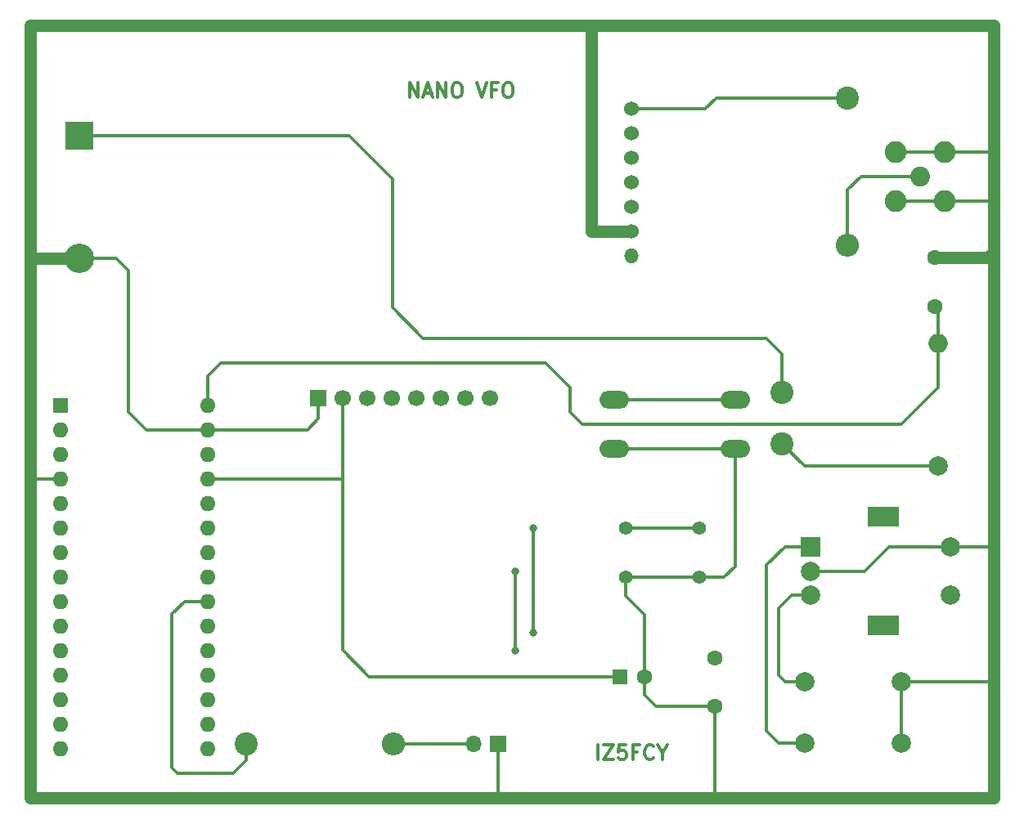
<source format=gbr>
%TF.GenerationSoftware,KiCad,Pcbnew,7.0.7*%
%TF.CreationDate,2023-09-11T10:40:39+02:00*%
%TF.ProjectId,Nano_vfo,4e616e6f-5f76-4666-9f2e-6b696361645f,rev?*%
%TF.SameCoordinates,Original*%
%TF.FileFunction,Copper,L1,Top*%
%TF.FilePolarity,Positive*%
%FSLAX46Y46*%
G04 Gerber Fmt 4.6, Leading zero omitted, Abs format (unit mm)*
G04 Created by KiCad (PCBNEW 7.0.7) date 2023-09-11 10:40:39*
%MOMM*%
%LPD*%
G01*
G04 APERTURE LIST*
%ADD10C,0.300000*%
%TA.AperFunction,NonConductor*%
%ADD11C,0.300000*%
%TD*%
%TA.AperFunction,ComponentPad*%
%ADD12O,1.524000X1.524000*%
%TD*%
%TA.AperFunction,ComponentPad*%
%ADD13C,1.524000*%
%TD*%
%TA.AperFunction,ComponentPad*%
%ADD14C,2.000000*%
%TD*%
%TA.AperFunction,ComponentPad*%
%ADD15O,2.000000X2.000000*%
%TD*%
%TA.AperFunction,ComponentPad*%
%ADD16C,1.600000*%
%TD*%
%TA.AperFunction,ComponentPad*%
%ADD17R,3.000000X3.000000*%
%TD*%
%TA.AperFunction,ComponentPad*%
%ADD18C,3.048000*%
%TD*%
%TA.AperFunction,ComponentPad*%
%ADD19R,1.700000X1.700000*%
%TD*%
%TA.AperFunction,ComponentPad*%
%ADD20C,1.700000*%
%TD*%
%TA.AperFunction,ComponentPad*%
%ADD21O,1.700000X1.700000*%
%TD*%
%TA.AperFunction,ComponentPad*%
%ADD22C,1.397000*%
%TD*%
%TA.AperFunction,ComponentPad*%
%ADD23R,2.000000X2.000000*%
%TD*%
%TA.AperFunction,ComponentPad*%
%ADD24R,3.200000X2.000000*%
%TD*%
%TA.AperFunction,ComponentPad*%
%ADD25C,2.400000*%
%TD*%
%TA.AperFunction,ComponentPad*%
%ADD26O,2.400000X2.400000*%
%TD*%
%TA.AperFunction,ComponentPad*%
%ADD27O,3.048000X1.850000*%
%TD*%
%TA.AperFunction,ComponentPad*%
%ADD28R,1.600000X1.600000*%
%TD*%
%TA.AperFunction,ComponentPad*%
%ADD29O,1.600000X1.600000*%
%TD*%
%TA.AperFunction,ComponentPad*%
%ADD30C,2.050000*%
%TD*%
%TA.AperFunction,ComponentPad*%
%ADD31C,2.250000*%
%TD*%
%TA.AperFunction,ViaPad*%
%ADD32C,0.800000*%
%TD*%
%TA.AperFunction,Conductor*%
%ADD33C,0.304800*%
%TD*%
%TA.AperFunction,Conductor*%
%ADD34C,1.270000*%
%TD*%
G04 APERTURE END LIST*
D10*
D11*
X164384510Y-37900828D02*
X164384510Y-36400828D01*
X164384510Y-36400828D02*
X165241653Y-37900828D01*
X165241653Y-37900828D02*
X165241653Y-36400828D01*
X165884511Y-37472257D02*
X166598797Y-37472257D01*
X165741654Y-37900828D02*
X166241654Y-36400828D01*
X166241654Y-36400828D02*
X166741654Y-37900828D01*
X167241653Y-37900828D02*
X167241653Y-36400828D01*
X167241653Y-36400828D02*
X168098796Y-37900828D01*
X168098796Y-37900828D02*
X168098796Y-36400828D01*
X169098797Y-36400828D02*
X169384511Y-36400828D01*
X169384511Y-36400828D02*
X169527368Y-36472257D01*
X169527368Y-36472257D02*
X169670225Y-36615114D01*
X169670225Y-36615114D02*
X169741654Y-36900828D01*
X169741654Y-36900828D02*
X169741654Y-37400828D01*
X169741654Y-37400828D02*
X169670225Y-37686542D01*
X169670225Y-37686542D02*
X169527368Y-37829400D01*
X169527368Y-37829400D02*
X169384511Y-37900828D01*
X169384511Y-37900828D02*
X169098797Y-37900828D01*
X169098797Y-37900828D02*
X168955940Y-37829400D01*
X168955940Y-37829400D02*
X168813082Y-37686542D01*
X168813082Y-37686542D02*
X168741654Y-37400828D01*
X168741654Y-37400828D02*
X168741654Y-36900828D01*
X168741654Y-36900828D02*
X168813082Y-36615114D01*
X168813082Y-36615114D02*
X168955940Y-36472257D01*
X168955940Y-36472257D02*
X169098797Y-36400828D01*
X171313083Y-36400828D02*
X171813083Y-37900828D01*
X171813083Y-37900828D02*
X172313083Y-36400828D01*
X173313082Y-37115114D02*
X172813082Y-37115114D01*
X172813082Y-37900828D02*
X172813082Y-36400828D01*
X172813082Y-36400828D02*
X173527368Y-36400828D01*
X174384511Y-36400828D02*
X174670225Y-36400828D01*
X174670225Y-36400828D02*
X174813082Y-36472257D01*
X174813082Y-36472257D02*
X174955939Y-36615114D01*
X174955939Y-36615114D02*
X175027368Y-36900828D01*
X175027368Y-36900828D02*
X175027368Y-37400828D01*
X175027368Y-37400828D02*
X174955939Y-37686542D01*
X174955939Y-37686542D02*
X174813082Y-37829400D01*
X174813082Y-37829400D02*
X174670225Y-37900828D01*
X174670225Y-37900828D02*
X174384511Y-37900828D01*
X174384511Y-37900828D02*
X174241654Y-37829400D01*
X174241654Y-37829400D02*
X174098796Y-37686542D01*
X174098796Y-37686542D02*
X174027368Y-37400828D01*
X174027368Y-37400828D02*
X174027368Y-36900828D01*
X174027368Y-36900828D02*
X174098796Y-36615114D01*
X174098796Y-36615114D02*
X174241654Y-36472257D01*
X174241654Y-36472257D02*
X174384511Y-36400828D01*
D10*
D11*
X183860714Y-106480828D02*
X183860714Y-104980828D01*
X184432143Y-104980828D02*
X185432143Y-104980828D01*
X185432143Y-104980828D02*
X184432143Y-106480828D01*
X184432143Y-106480828D02*
X185432143Y-106480828D01*
X186717857Y-104980828D02*
X186003571Y-104980828D01*
X186003571Y-104980828D02*
X185932143Y-105695114D01*
X185932143Y-105695114D02*
X186003571Y-105623685D01*
X186003571Y-105623685D02*
X186146429Y-105552257D01*
X186146429Y-105552257D02*
X186503571Y-105552257D01*
X186503571Y-105552257D02*
X186646429Y-105623685D01*
X186646429Y-105623685D02*
X186717857Y-105695114D01*
X186717857Y-105695114D02*
X186789286Y-105837971D01*
X186789286Y-105837971D02*
X186789286Y-106195114D01*
X186789286Y-106195114D02*
X186717857Y-106337971D01*
X186717857Y-106337971D02*
X186646429Y-106409400D01*
X186646429Y-106409400D02*
X186503571Y-106480828D01*
X186503571Y-106480828D02*
X186146429Y-106480828D01*
X186146429Y-106480828D02*
X186003571Y-106409400D01*
X186003571Y-106409400D02*
X185932143Y-106337971D01*
X187932142Y-105695114D02*
X187432142Y-105695114D01*
X187432142Y-106480828D02*
X187432142Y-104980828D01*
X187432142Y-104980828D02*
X188146428Y-104980828D01*
X189574999Y-106337971D02*
X189503571Y-106409400D01*
X189503571Y-106409400D02*
X189289285Y-106480828D01*
X189289285Y-106480828D02*
X189146428Y-106480828D01*
X189146428Y-106480828D02*
X188932142Y-106409400D01*
X188932142Y-106409400D02*
X188789285Y-106266542D01*
X188789285Y-106266542D02*
X188717856Y-106123685D01*
X188717856Y-106123685D02*
X188646428Y-105837971D01*
X188646428Y-105837971D02*
X188646428Y-105623685D01*
X188646428Y-105623685D02*
X188717856Y-105337971D01*
X188717856Y-105337971D02*
X188789285Y-105195114D01*
X188789285Y-105195114D02*
X188932142Y-105052257D01*
X188932142Y-105052257D02*
X189146428Y-104980828D01*
X189146428Y-104980828D02*
X189289285Y-104980828D01*
X189289285Y-104980828D02*
X189503571Y-105052257D01*
X189503571Y-105052257D02*
X189574999Y-105123685D01*
X190503571Y-105766542D02*
X190503571Y-106480828D01*
X190003571Y-104980828D02*
X190503571Y-105766542D01*
X190503571Y-105766542D02*
X191003571Y-104980828D01*
D12*
%TO.P,U2,1,VCC*%
%TO.N,Net-(U1-+5V)*%
X187325000Y-54356000D03*
D13*
%TO.P,U2,2,GND*%
%TO.N,GND*%
X187325000Y-51816000D03*
%TO.P,U2,3,SDA*%
%TO.N,Net-(U1-A4)*%
X187325000Y-49276000D03*
%TO.P,U2,4,SCL*%
%TO.N,Net-(U1-A5)*%
X187325000Y-46736000D03*
%TO.P,U2,5,CK2*%
%TO.N,unconnected-(U2-CK2-Pad5)*%
X187325000Y-44196000D03*
%TO.P,U2,6,CK1*%
%TO.N,unconnected-(U2-CK1-Pad6)*%
X187325000Y-41656000D03*
%TO.P,U2,7,CK0*%
%TO.N,Net-(U2-CK0)*%
X187325000Y-39116000D03*
%TD*%
D14*
%TO.P,L1,1,1*%
%TO.N,Net-(SW1-B)*%
X219075000Y-76073000D03*
D15*
%TO.P,L1,2,2*%
%TO.N,Net-(U1-VIN)*%
X219075000Y-63373000D03*
%TD*%
D14*
%TO.P,C4,1*%
%TO.N,Net-(U1-D2)*%
X205265000Y-104775000D03*
%TO.P,C4,2*%
%TO.N,GND*%
X215265000Y-104775000D03*
%TD*%
D16*
%TO.P,C19,1*%
%TO.N,Net-(U1-+5V)*%
X195961000Y-95965000D03*
%TO.P,C19,2*%
%TO.N,GND*%
X195961000Y-100965000D03*
%TD*%
D14*
%TO.P,C3,1*%
%TO.N,Net-(U1-D3)*%
X205265000Y-98425000D03*
%TO.P,C3,2*%
%TO.N,GND*%
X215265000Y-98425000D03*
%TD*%
D17*
%TO.P,B1,1,+*%
%TO.N,Net-(B1-+)*%
X130175000Y-41910000D03*
D18*
%TO.P,B1,2,-*%
%TO.N,GND*%
X130175000Y-54610000D03*
%TD*%
D19*
%TO.P,U3,1,GND*%
%TO.N,GND*%
X154855000Y-69028000D03*
D20*
%TO.P,U3,2,VCC*%
%TO.N,Net-(U1-+5V)*%
X157395000Y-69028000D03*
%TO.P,U3,3,SCK*%
%TO.N,Net-(U1-A5)*%
X159935000Y-69028000D03*
%TO.P,U3,4,SDA*%
%TO.N,Net-(U1-A4)*%
X162475000Y-69028000D03*
%TO.P,U3,5*%
%TO.N,N/C*%
X165015000Y-69028000D03*
%TO.P,U3,6*%
X167555000Y-69028000D03*
%TO.P,U3,7*%
X170095000Y-69028000D03*
%TO.P,U3,8*%
X172635000Y-69028000D03*
%TD*%
D19*
%TO.P,X2,1*%
%TO.N,GND*%
X173487000Y-104902000D03*
D21*
%TO.P,X2,2*%
%TO.N,Net-(R2-Pad2)*%
X170947000Y-104902000D03*
%TD*%
D22*
%TO.P,SW2,1,A*%
%TO.N,Net-(SW2-A)*%
X186690000Y-82550000D03*
X194310000Y-82550000D03*
%TO.P,SW2,2,B*%
%TO.N,GND*%
X186690000Y-87630000D03*
X194310000Y-87630000D03*
%TD*%
D23*
%TO.P,SW3,A,A*%
%TO.N,Net-(U1-D2)*%
X205860000Y-84455000D03*
D14*
%TO.P,SW3,B,B*%
%TO.N,Net-(U1-D3)*%
X205860000Y-89455000D03*
%TO.P,SW3,C,C*%
%TO.N,GND*%
X205860000Y-86955000D03*
D24*
%TO.P,SW3,MP*%
%TO.N,N/C*%
X213360000Y-81355000D03*
X213360000Y-92555000D03*
D14*
%TO.P,SW3,S1,S1*%
%TO.N,Net-(U1-A0)*%
X220360000Y-89455000D03*
%TO.P,SW3,S2,S2*%
%TO.N,GND*%
X220360000Y-84455000D03*
%TD*%
D25*
%TO.P,SW1,1,A*%
%TO.N,Net-(B1-+)*%
X202911000Y-68470000D03*
%TO.P,SW1,2,B*%
%TO.N,Net-(SW1-B)*%
X202911000Y-73770000D03*
%TD*%
%TO.P,R1,1*%
%TO.N,Net-(U2-CK0)*%
X209677000Y-37973000D03*
D26*
%TO.P,R1,2*%
%TO.N,Net-(X1-In)*%
X209677000Y-53213000D03*
%TD*%
D27*
%TO.P,S2,1,A*%
%TO.N,Net-(S2-A)*%
X185530000Y-69255000D03*
X198030000Y-69255000D03*
%TO.P,S2,2,B*%
%TO.N,GND*%
X185530000Y-74255000D03*
X198030000Y-74255000D03*
%TD*%
D25*
%TO.P,R2,1*%
%TO.N,Net-(U1-A3)*%
X147415000Y-104898000D03*
D26*
%TO.P,R2,2*%
%TO.N,Net-(R2-Pad2)*%
X162655000Y-104898000D03*
%TD*%
D28*
%TO.P,C2,1*%
%TO.N,Net-(U1-+5V)*%
X186142621Y-97917000D03*
D16*
%TO.P,C2,2*%
%TO.N,GND*%
X188642621Y-97917000D03*
%TD*%
D28*
%TO.P,U1,1,D1/TX*%
%TO.N,unconnected-(U1-D1{slash}TX-Pad1)*%
X128165000Y-69788000D03*
D29*
%TO.P,U1,2,D0/RX*%
%TO.N,unconnected-(U1-D0{slash}RX-Pad2)*%
X128165000Y-72328000D03*
%TO.P,U1,3,~{RESET}*%
%TO.N,unconnected-(U1-~{RESET}-Pad3)*%
X128165000Y-74868000D03*
%TO.P,U1,4,GND*%
%TO.N,GND*%
X128165000Y-77408000D03*
%TO.P,U1,5,D2*%
%TO.N,Net-(U1-D2)*%
X128165000Y-79948000D03*
%TO.P,U1,6,D3*%
%TO.N,Net-(U1-D3)*%
X128165000Y-82488000D03*
%TO.P,U1,7,D4*%
%TO.N,unconnected-(U1-D4-Pad7)*%
X128165000Y-85028000D03*
%TO.P,U1,8,D5*%
%TO.N,unconnected-(U1-D5-Pad8)*%
X128165000Y-87568000D03*
%TO.P,U1,9,D6*%
%TO.N,unconnected-(U1-D6-Pad9)*%
X128165000Y-90108000D03*
%TO.P,U1,10,D7*%
%TO.N,unconnected-(U1-D7-Pad10)*%
X128165000Y-92648000D03*
%TO.P,U1,11,D8*%
%TO.N,unconnected-(U1-D8-Pad11)*%
X128165000Y-95188000D03*
%TO.P,U1,12,D9*%
%TO.N,unconnected-(U1-D9-Pad12)*%
X128165000Y-97728000D03*
%TO.P,U1,13,D10*%
%TO.N,unconnected-(U1-D10-Pad13)*%
X128165000Y-100268000D03*
%TO.P,U1,14,D11*%
%TO.N,unconnected-(U1-D11-Pad14)*%
X128165000Y-102808000D03*
%TO.P,U1,15,D12*%
%TO.N,unconnected-(U1-D12-Pad15)*%
X128165000Y-105348000D03*
%TO.P,U1,16,D13*%
%TO.N,unconnected-(U1-D13-Pad16)*%
X143405000Y-105348000D03*
%TO.P,U1,17,3V3*%
%TO.N,unconnected-(U1-3V3-Pad17)*%
X143405000Y-102808000D03*
%TO.P,U1,18,AREF*%
%TO.N,unconnected-(U1-AREF-Pad18)*%
X143405000Y-100268000D03*
%TO.P,U1,19,A0*%
%TO.N,Net-(U1-A0)*%
X143405000Y-97728000D03*
%TO.P,U1,20,A1*%
%TO.N,Net-(S2-A)*%
X143405000Y-95188000D03*
%TO.P,U1,21,A2*%
%TO.N,Net-(SW2-A)*%
X143405000Y-92648000D03*
%TO.P,U1,22,A3*%
%TO.N,Net-(U1-A3)*%
X143405000Y-90108000D03*
%TO.P,U1,23,A4*%
%TO.N,Net-(U1-A4)*%
X143405000Y-87568000D03*
%TO.P,U1,24,A5*%
%TO.N,Net-(U1-A5)*%
X143405000Y-85028000D03*
%TO.P,U1,25,A6*%
%TO.N,unconnected-(U1-A6-Pad25)*%
X143405000Y-82488000D03*
%TO.P,U1,26,A7*%
%TO.N,unconnected-(U1-A7-Pad26)*%
X143405000Y-79948000D03*
%TO.P,U1,27,+5V*%
%TO.N,Net-(U1-+5V)*%
X143405000Y-77408000D03*
%TO.P,U1,28,~{RESET}*%
%TO.N,unconnected-(U1-~{RESET}-Pad28)*%
X143405000Y-74868000D03*
%TO.P,U1,29,GND*%
%TO.N,GND*%
X143405000Y-72328000D03*
%TO.P,U1,30,VIN*%
%TO.N,Net-(U1-VIN)*%
X143405000Y-69788000D03*
%TD*%
D30*
%TO.P,X1,1,In*%
%TO.N,Net-(X1-In)*%
X217170000Y-46101000D03*
D31*
%TO.P,X1,2,Ext*%
%TO.N,GND*%
X214630000Y-43561000D03*
X214630000Y-48641000D03*
X219710000Y-43561000D03*
X219710000Y-48641000D03*
%TD*%
D16*
%TO.P,C5,1*%
%TO.N,Net-(U1-VIN)*%
X218694000Y-59523000D03*
%TO.P,C5,2*%
%TO.N,GND*%
X218694000Y-54523000D03*
%TD*%
D32*
%TO.N,Net-(SW2-A)*%
X177165000Y-93345000D03*
X177165000Y-82550000D03*
%TO.N,Net-(S2-A)*%
X175260000Y-95250000D03*
X175260000Y-86995000D03*
%TD*%
D33*
%TO.N,Net-(SW2-A)*%
X177165000Y-82550000D02*
X177165000Y-93345000D01*
%TO.N,Net-(S2-A)*%
X175260000Y-95250000D02*
X175260000Y-86995000D01*
%TO.N,Net-(U1-+5V)*%
X157333000Y-77408000D02*
X157395000Y-77470000D01*
X157395000Y-77470000D02*
X157395000Y-95165000D01*
X157395000Y-69028000D02*
X157395000Y-77470000D01*
X143405000Y-77408000D02*
X157333000Y-77408000D01*
%TO.N,Net-(S2-A)*%
X198030000Y-69255000D02*
X185530000Y-69255000D01*
%TO.N,Net-(R2-Pad2)*%
X170943000Y-104898000D02*
X170947000Y-104902000D01*
X162655000Y-104898000D02*
X170943000Y-104898000D01*
%TO.N,Net-(U1-D2)*%
X201295000Y-86360000D02*
X203200000Y-84455000D01*
X202565000Y-104775000D02*
X201295000Y-103505000D01*
X205265000Y-104775000D02*
X202565000Y-104775000D01*
X201295000Y-103505000D02*
X201295000Y-86360000D01*
X203200000Y-84455000D02*
X205860000Y-84455000D01*
%TO.N,Net-(U1-D3)*%
X203915000Y-89455000D02*
X205860000Y-89455000D01*
X202565000Y-97790000D02*
X202565000Y-90805000D01*
X202565000Y-90805000D02*
X203915000Y-89455000D01*
X205265000Y-98425000D02*
X203200000Y-98425000D01*
X203200000Y-98425000D02*
X202565000Y-97790000D01*
%TO.N,GND*%
X215265000Y-98425000D02*
X215265000Y-104775000D01*
X215265000Y-98425000D02*
X224790000Y-98425000D01*
D34*
X224790000Y-110490000D02*
X224790000Y-98425000D01*
X224790000Y-98425000D02*
X224790000Y-84455000D01*
D33*
X215693000Y-110283000D02*
X215900000Y-110490000D01*
%TO.N,Net-(SW2-A)*%
X194310000Y-82550000D02*
X186690000Y-82550000D01*
%TO.N,Net-(U1-A3)*%
X147415000Y-106585000D02*
X147415000Y-104898000D01*
X146050000Y-107950000D02*
X147415000Y-106585000D01*
X140335000Y-107950000D02*
X146050000Y-107950000D01*
X139700000Y-107315000D02*
X140335000Y-107950000D01*
X139700000Y-91440000D02*
X139700000Y-107315000D01*
X141032000Y-90108000D02*
X139700000Y-91440000D01*
X143405000Y-90108000D02*
X141032000Y-90108000D01*
%TO.N,Net-(U1-+5V)*%
X160147000Y-97917000D02*
X186142621Y-97917000D01*
X157395000Y-95165000D02*
X160147000Y-97917000D01*
%TO.N,Net-(SW1-B)*%
X205214000Y-76073000D02*
X219075000Y-76073000D01*
X202911000Y-73770000D02*
X205214000Y-76073000D01*
%TO.N,Net-(U1-VIN)*%
X219075000Y-59904000D02*
X218694000Y-59523000D01*
X219075000Y-63373000D02*
X219075000Y-59904000D01*
X215265000Y-71755000D02*
X219075000Y-67945000D01*
X219075000Y-67945000D02*
X219075000Y-63373000D01*
X182245000Y-71755000D02*
X215265000Y-71755000D01*
X180975000Y-70485000D02*
X182245000Y-71755000D01*
X180975000Y-67945000D02*
X180975000Y-70485000D01*
X178435000Y-65405000D02*
X180975000Y-67945000D01*
X144780000Y-65405000D02*
X178435000Y-65405000D01*
X143405000Y-66780000D02*
X144780000Y-65405000D01*
X143405000Y-69788000D02*
X143405000Y-66780000D01*
%TO.N,GND*%
X154855000Y-71205000D02*
X154855000Y-69028000D01*
X153732000Y-72328000D02*
X154855000Y-71205000D01*
X143405000Y-72328000D02*
X153732000Y-72328000D01*
%TO.N,Net-(B1-+)*%
X165735000Y-62865000D02*
X201295000Y-62865000D01*
X201295000Y-62865000D02*
X202911000Y-64481000D01*
X162560000Y-59690000D02*
X165735000Y-62865000D01*
X202911000Y-64481000D02*
X202911000Y-68470000D01*
X162560000Y-46355000D02*
X162560000Y-59690000D01*
X158115000Y-41910000D02*
X162560000Y-46355000D01*
X130175000Y-41910000D02*
X158115000Y-41910000D01*
D34*
%TO.N,GND*%
X224242000Y-54523000D02*
X218694000Y-54523000D01*
X224790000Y-53975000D02*
X224242000Y-54523000D01*
X224790000Y-53975000D02*
X224790000Y-48895000D01*
X224790000Y-84455000D02*
X224790000Y-53975000D01*
D33*
%TO.N,Net-(X1-In)*%
X211074000Y-46101000D02*
X217170000Y-46101000D01*
X209677000Y-47498000D02*
X211074000Y-46101000D01*
X209677000Y-53213000D02*
X209677000Y-47498000D01*
D34*
%TO.N,GND*%
X183134000Y-30734000D02*
X183134000Y-51816000D01*
X182880000Y-30480000D02*
X183134000Y-30734000D01*
X183134000Y-51816000D02*
X187325000Y-51816000D01*
X182880000Y-30480000D02*
X125095000Y-30480000D01*
X224790000Y-30480000D02*
X182880000Y-30480000D01*
D33*
%TO.N,Net-(U2-CK0)*%
X196088000Y-37973000D02*
X209677000Y-37973000D01*
X194945000Y-39116000D02*
X196088000Y-37973000D01*
X187325000Y-39116000D02*
X194945000Y-39116000D01*
D34*
%TO.N,GND*%
X224790000Y-43815000D02*
X224790000Y-30480000D01*
D33*
X220360000Y-84455000D02*
X224790000Y-84455000D01*
X186690000Y-87630000D02*
X186690000Y-89535000D01*
X198030000Y-86450000D02*
X196850000Y-87630000D01*
X211455000Y-86995000D02*
X213995000Y-84455000D01*
X198030000Y-74255000D02*
X185530000Y-74255000D01*
X213995000Y-84455000D02*
X220360000Y-84455000D01*
D34*
X173990000Y-110490000D02*
X195580000Y-110490000D01*
D33*
X195961000Y-110109000D02*
X195580000Y-110490000D01*
D34*
X125095000Y-110490000D02*
X173990000Y-110490000D01*
D33*
X211415000Y-86955000D02*
X211455000Y-86995000D01*
X173487000Y-109987000D02*
X173990000Y-110490000D01*
X173487000Y-104902000D02*
X173487000Y-109987000D01*
X205860000Y-86955000D02*
X211415000Y-86955000D01*
D34*
X125095000Y-54610000D02*
X125095000Y-77470000D01*
D33*
X143405000Y-72328000D02*
X137098000Y-72328000D01*
X135255000Y-70485000D02*
X135255000Y-55880000D01*
X137098000Y-72328000D02*
X135255000Y-70485000D01*
X188642621Y-97917000D02*
X188642621Y-99742621D01*
X196850000Y-87630000D02*
X194310000Y-87630000D01*
X214630000Y-43561000D02*
X219710000Y-43561000D01*
X198030000Y-74255000D02*
X198030000Y-86450000D01*
X128165000Y-77408000D02*
X125157000Y-77408000D01*
X214630000Y-48641000D02*
X219710000Y-48641000D01*
X189865000Y-100965000D02*
X195961000Y-100965000D01*
D34*
X224790000Y-48895000D02*
X224790000Y-43815000D01*
D33*
X135255000Y-55880000D02*
X133985000Y-54610000D01*
X186690000Y-89535000D02*
X188642621Y-91487621D01*
X219710000Y-48641000D02*
X224536000Y-48641000D01*
X125157000Y-77408000D02*
X125095000Y-77470000D01*
D34*
X215900000Y-110490000D02*
X224790000Y-110490000D01*
X125095000Y-77470000D02*
X125095000Y-110490000D01*
X125095000Y-30480000D02*
X125095000Y-54610000D01*
D33*
X219710000Y-43561000D02*
X224536000Y-43561000D01*
X195961000Y-100965000D02*
X195961000Y-110109000D01*
X133985000Y-54610000D02*
X130175000Y-54610000D01*
X224536000Y-48641000D02*
X224790000Y-48895000D01*
D34*
X125095000Y-54610000D02*
X130175000Y-54610000D01*
X195580000Y-110490000D02*
X215900000Y-110490000D01*
D33*
X194310000Y-87630000D02*
X186690000Y-87630000D01*
X224536000Y-43561000D02*
X224790000Y-43815000D01*
X188642621Y-91487621D02*
X188642621Y-97917000D01*
X188642621Y-99742621D02*
X189865000Y-100965000D01*
%TD*%
M02*

</source>
